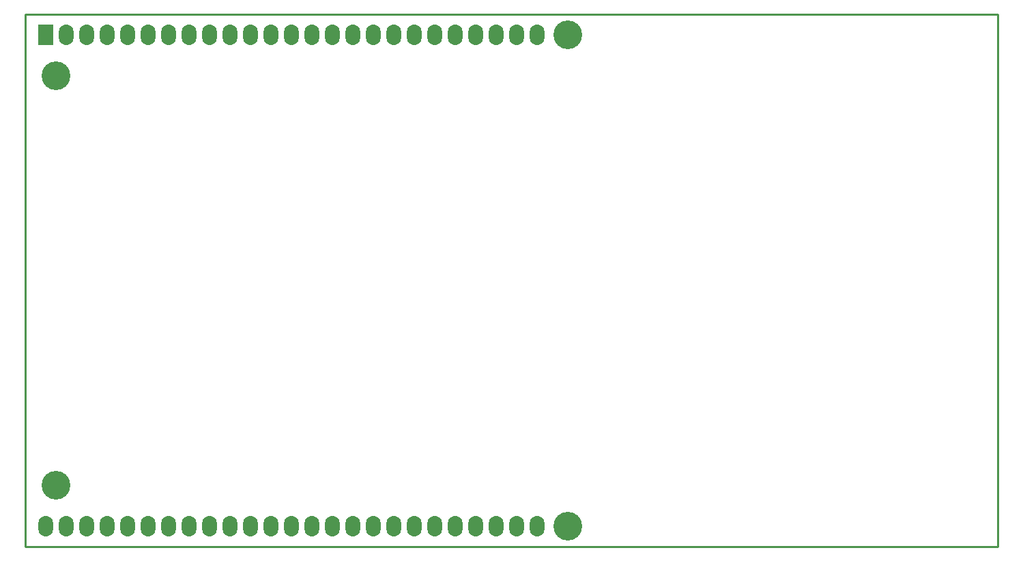
<source format=gbs>
G04 #@! TF.GenerationSoftware,KiCad,Pcbnew,no-vcs-found-7602~57~ubuntu16.04.1*
G04 #@! TF.CreationDate,2017-02-08T15:14:31-05:00*
G04 #@! TF.ProjectId,step_dir_controller_5x3,74656D706C6174655F3578332E6B6963,1.0*
G04 #@! TF.FileFunction,Soldermask,Bot*
G04 #@! TF.FilePolarity,Negative*
%FSLAX46Y46*%
G04 Gerber Fmt 4.6, Leading zero omitted, Abs format (unit mm)*
G04 Created by KiCad (PCBNEW no-vcs-found-7602~57~ubuntu16.04.1) date Wed Feb  8 15:14:31 2017*
%MOMM*%
%LPD*%
G01*
G04 APERTURE LIST*
%ADD10C,0.100000*%
%ADD11C,0.228600*%
%ADD12O,1.854200X2.540000*%
%ADD13R,1.854200X2.540000*%
%ADD14C,3.556000*%
G04 APERTURE END LIST*
D10*
D11*
X190500000Y-72390000D02*
X69850000Y-72390000D01*
X190500000Y-138430000D02*
X190500000Y-72390000D01*
X69850000Y-138430000D02*
X190500000Y-138430000D01*
X69850000Y-72390000D02*
X69850000Y-138430000D01*
D12*
X74930000Y-74930000D03*
X77470000Y-74930000D03*
D13*
X72390000Y-74930000D03*
D12*
X80010000Y-74930000D03*
X82550000Y-74930000D03*
X85090000Y-74930000D03*
X87630000Y-74930000D03*
X90170000Y-74930000D03*
X92710000Y-74930000D03*
X95250000Y-74930000D03*
X97790000Y-74930000D03*
X100330000Y-74930000D03*
X102870000Y-74930000D03*
X105410000Y-74930000D03*
X107950000Y-74930000D03*
X110490000Y-74930000D03*
X110490000Y-135890000D03*
X107950000Y-135890000D03*
X105410000Y-135890000D03*
X102870000Y-135890000D03*
X100330000Y-135890000D03*
X97790000Y-135890000D03*
X95250000Y-135890000D03*
X92710000Y-135890000D03*
X90170000Y-135890000D03*
X87630000Y-135890000D03*
X85090000Y-135890000D03*
X82550000Y-135890000D03*
X80010000Y-135890000D03*
X77470000Y-135890000D03*
X74930000Y-135890000D03*
X72390000Y-135890000D03*
D14*
X73660000Y-80010000D03*
X73660000Y-130810000D03*
X137160000Y-135890000D03*
X137160000Y-74930000D03*
D12*
X113030000Y-135890000D03*
X115570000Y-135890000D03*
X118110000Y-135890000D03*
X120650000Y-135890000D03*
X123190000Y-135890000D03*
X125730000Y-135890000D03*
X128270000Y-135890000D03*
X130810000Y-135890000D03*
X133350000Y-135890000D03*
X113030000Y-74930000D03*
X115570000Y-74930000D03*
X118110000Y-74930000D03*
X120650000Y-74930000D03*
X123190000Y-74930000D03*
X125730000Y-74930000D03*
X128270000Y-74930000D03*
X130810000Y-74930000D03*
X133350000Y-74930000D03*
M02*

</source>
